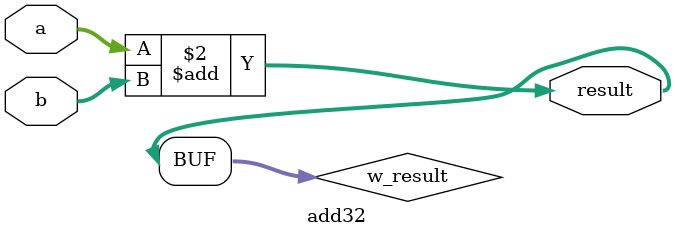
<source format=v>
module add32( 
  input [31:0] a,b,
  output [32:0] result);
reg [32:0] w_result;
always @ (a or b)
begin
  w_result = a + b;
end

assign result = w_result;

endmodule

</source>
